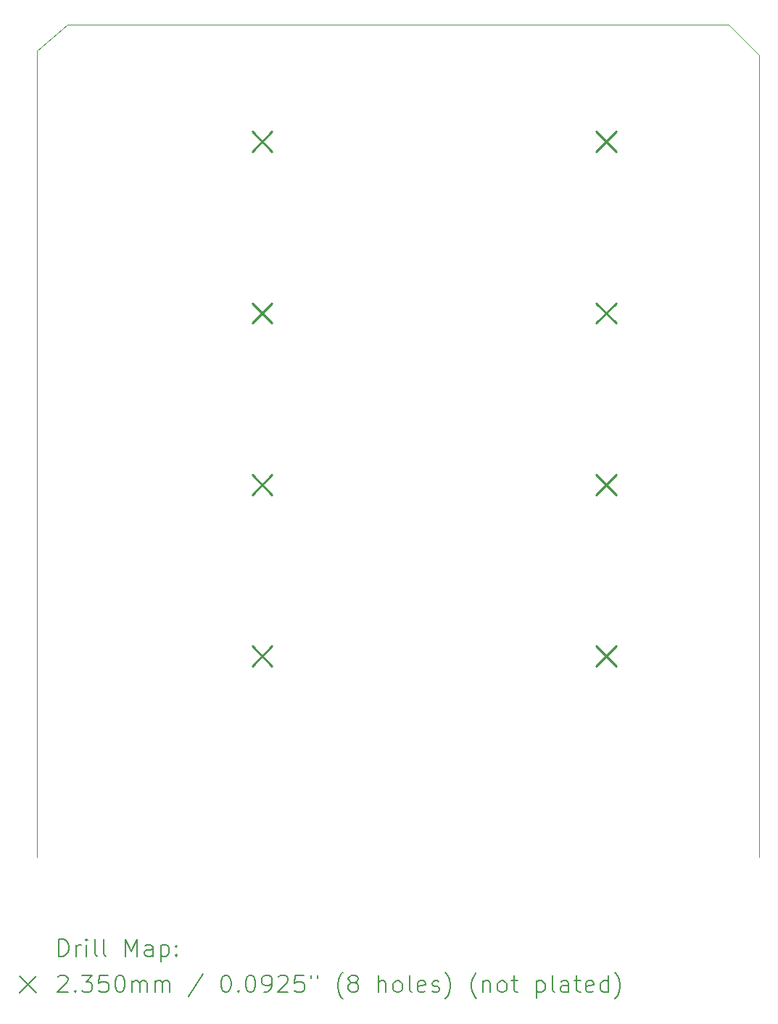
<source format=gbr>
%TF.GenerationSoftware,KiCad,Pcbnew,7.0.7*%
%TF.CreationDate,2023-09-16T13:26:49-04:00*%
%TF.ProjectId,AstroPix_telescope,41737472-6f50-4697-985f-74656c657363,1.1*%
%TF.SameCoordinates,Original*%
%TF.FileFunction,Drillmap*%
%TF.FilePolarity,Positive*%
%FSLAX45Y45*%
G04 Gerber Fmt 4.5, Leading zero omitted, Abs format (unit mm)*
G04 Created by KiCad (PCBNEW 7.0.7) date 2023-09-16 13:26:49*
%MOMM*%
%LPD*%
G01*
G04 APERTURE LIST*
%ADD10C,0.100000*%
%ADD11C,0.200000*%
%ADD12C,0.235000*%
G04 APERTURE END LIST*
D10*
X18440400Y-5232400D02*
X18796000Y-5588000D01*
X10718800Y-5232400D02*
X18440400Y-5232400D01*
X18791000Y-14941500D02*
X18796000Y-5588000D01*
X10363200Y-5537200D02*
X10718800Y-5232400D01*
X10361000Y-14941500D02*
X10363200Y-5537200D01*
D11*
D12*
X12873500Y-6477500D02*
X13108500Y-6712500D01*
X13108500Y-6477500D02*
X12873500Y-6712500D01*
X12873500Y-8477500D02*
X13108500Y-8712500D01*
X13108500Y-8477500D02*
X12873500Y-8712500D01*
X12873500Y-10477500D02*
X13108500Y-10712500D01*
X13108500Y-10477500D02*
X12873500Y-10712500D01*
X12873500Y-12477500D02*
X13108500Y-12712500D01*
X13108500Y-12477500D02*
X12873500Y-12712500D01*
X16889500Y-6477500D02*
X17124500Y-6712500D01*
X17124500Y-6477500D02*
X16889500Y-6712500D01*
X16889500Y-8477500D02*
X17124500Y-8712500D01*
X17124500Y-8477500D02*
X16889500Y-8712500D01*
X16889500Y-10477500D02*
X17124500Y-10712500D01*
X17124500Y-10477500D02*
X16889500Y-10712500D01*
X16889500Y-12477500D02*
X17124500Y-12712500D01*
X17124500Y-12477500D02*
X16889500Y-12712500D01*
D11*
X10616777Y-16097984D02*
X10616777Y-15897984D01*
X10616777Y-15897984D02*
X10664396Y-15897984D01*
X10664396Y-15897984D02*
X10692967Y-15907508D01*
X10692967Y-15907508D02*
X10712015Y-15926555D01*
X10712015Y-15926555D02*
X10721539Y-15945603D01*
X10721539Y-15945603D02*
X10731063Y-15983698D01*
X10731063Y-15983698D02*
X10731063Y-16012269D01*
X10731063Y-16012269D02*
X10721539Y-16050365D01*
X10721539Y-16050365D02*
X10712015Y-16069412D01*
X10712015Y-16069412D02*
X10692967Y-16088460D01*
X10692967Y-16088460D02*
X10664396Y-16097984D01*
X10664396Y-16097984D02*
X10616777Y-16097984D01*
X10816777Y-16097984D02*
X10816777Y-15964650D01*
X10816777Y-16002746D02*
X10826301Y-15983698D01*
X10826301Y-15983698D02*
X10835824Y-15974174D01*
X10835824Y-15974174D02*
X10854872Y-15964650D01*
X10854872Y-15964650D02*
X10873920Y-15964650D01*
X10940586Y-16097984D02*
X10940586Y-15964650D01*
X10940586Y-15897984D02*
X10931063Y-15907508D01*
X10931063Y-15907508D02*
X10940586Y-15917031D01*
X10940586Y-15917031D02*
X10950110Y-15907508D01*
X10950110Y-15907508D02*
X10940586Y-15897984D01*
X10940586Y-15897984D02*
X10940586Y-15917031D01*
X11064396Y-16097984D02*
X11045348Y-16088460D01*
X11045348Y-16088460D02*
X11035824Y-16069412D01*
X11035824Y-16069412D02*
X11035824Y-15897984D01*
X11169158Y-16097984D02*
X11150110Y-16088460D01*
X11150110Y-16088460D02*
X11140586Y-16069412D01*
X11140586Y-16069412D02*
X11140586Y-15897984D01*
X11397729Y-16097984D02*
X11397729Y-15897984D01*
X11397729Y-15897984D02*
X11464396Y-16040841D01*
X11464396Y-16040841D02*
X11531062Y-15897984D01*
X11531062Y-15897984D02*
X11531062Y-16097984D01*
X11712015Y-16097984D02*
X11712015Y-15993222D01*
X11712015Y-15993222D02*
X11702491Y-15974174D01*
X11702491Y-15974174D02*
X11683443Y-15964650D01*
X11683443Y-15964650D02*
X11645348Y-15964650D01*
X11645348Y-15964650D02*
X11626301Y-15974174D01*
X11712015Y-16088460D02*
X11692967Y-16097984D01*
X11692967Y-16097984D02*
X11645348Y-16097984D01*
X11645348Y-16097984D02*
X11626301Y-16088460D01*
X11626301Y-16088460D02*
X11616777Y-16069412D01*
X11616777Y-16069412D02*
X11616777Y-16050365D01*
X11616777Y-16050365D02*
X11626301Y-16031317D01*
X11626301Y-16031317D02*
X11645348Y-16021793D01*
X11645348Y-16021793D02*
X11692967Y-16021793D01*
X11692967Y-16021793D02*
X11712015Y-16012269D01*
X11807253Y-15964650D02*
X11807253Y-16164650D01*
X11807253Y-15974174D02*
X11826301Y-15964650D01*
X11826301Y-15964650D02*
X11864396Y-15964650D01*
X11864396Y-15964650D02*
X11883443Y-15974174D01*
X11883443Y-15974174D02*
X11892967Y-15983698D01*
X11892967Y-15983698D02*
X11902491Y-16002746D01*
X11902491Y-16002746D02*
X11902491Y-16059888D01*
X11902491Y-16059888D02*
X11892967Y-16078936D01*
X11892967Y-16078936D02*
X11883443Y-16088460D01*
X11883443Y-16088460D02*
X11864396Y-16097984D01*
X11864396Y-16097984D02*
X11826301Y-16097984D01*
X11826301Y-16097984D02*
X11807253Y-16088460D01*
X11988205Y-16078936D02*
X11997729Y-16088460D01*
X11997729Y-16088460D02*
X11988205Y-16097984D01*
X11988205Y-16097984D02*
X11978682Y-16088460D01*
X11978682Y-16088460D02*
X11988205Y-16078936D01*
X11988205Y-16078936D02*
X11988205Y-16097984D01*
X11988205Y-15974174D02*
X11997729Y-15983698D01*
X11997729Y-15983698D02*
X11988205Y-15993222D01*
X11988205Y-15993222D02*
X11978682Y-15983698D01*
X11978682Y-15983698D02*
X11988205Y-15974174D01*
X11988205Y-15974174D02*
X11988205Y-15993222D01*
X10156000Y-16326500D02*
X10356000Y-16526500D01*
X10356000Y-16326500D02*
X10156000Y-16526500D01*
X10607253Y-16337031D02*
X10616777Y-16327508D01*
X10616777Y-16327508D02*
X10635824Y-16317984D01*
X10635824Y-16317984D02*
X10683444Y-16317984D01*
X10683444Y-16317984D02*
X10702491Y-16327508D01*
X10702491Y-16327508D02*
X10712015Y-16337031D01*
X10712015Y-16337031D02*
X10721539Y-16356079D01*
X10721539Y-16356079D02*
X10721539Y-16375127D01*
X10721539Y-16375127D02*
X10712015Y-16403698D01*
X10712015Y-16403698D02*
X10597729Y-16517984D01*
X10597729Y-16517984D02*
X10721539Y-16517984D01*
X10807253Y-16498936D02*
X10816777Y-16508460D01*
X10816777Y-16508460D02*
X10807253Y-16517984D01*
X10807253Y-16517984D02*
X10797729Y-16508460D01*
X10797729Y-16508460D02*
X10807253Y-16498936D01*
X10807253Y-16498936D02*
X10807253Y-16517984D01*
X10883444Y-16317984D02*
X11007253Y-16317984D01*
X11007253Y-16317984D02*
X10940586Y-16394174D01*
X10940586Y-16394174D02*
X10969158Y-16394174D01*
X10969158Y-16394174D02*
X10988205Y-16403698D01*
X10988205Y-16403698D02*
X10997729Y-16413222D01*
X10997729Y-16413222D02*
X11007253Y-16432269D01*
X11007253Y-16432269D02*
X11007253Y-16479888D01*
X11007253Y-16479888D02*
X10997729Y-16498936D01*
X10997729Y-16498936D02*
X10988205Y-16508460D01*
X10988205Y-16508460D02*
X10969158Y-16517984D01*
X10969158Y-16517984D02*
X10912015Y-16517984D01*
X10912015Y-16517984D02*
X10892967Y-16508460D01*
X10892967Y-16508460D02*
X10883444Y-16498936D01*
X11188205Y-16317984D02*
X11092967Y-16317984D01*
X11092967Y-16317984D02*
X11083444Y-16413222D01*
X11083444Y-16413222D02*
X11092967Y-16403698D01*
X11092967Y-16403698D02*
X11112015Y-16394174D01*
X11112015Y-16394174D02*
X11159634Y-16394174D01*
X11159634Y-16394174D02*
X11178682Y-16403698D01*
X11178682Y-16403698D02*
X11188205Y-16413222D01*
X11188205Y-16413222D02*
X11197729Y-16432269D01*
X11197729Y-16432269D02*
X11197729Y-16479888D01*
X11197729Y-16479888D02*
X11188205Y-16498936D01*
X11188205Y-16498936D02*
X11178682Y-16508460D01*
X11178682Y-16508460D02*
X11159634Y-16517984D01*
X11159634Y-16517984D02*
X11112015Y-16517984D01*
X11112015Y-16517984D02*
X11092967Y-16508460D01*
X11092967Y-16508460D02*
X11083444Y-16498936D01*
X11321539Y-16317984D02*
X11340586Y-16317984D01*
X11340586Y-16317984D02*
X11359634Y-16327508D01*
X11359634Y-16327508D02*
X11369158Y-16337031D01*
X11369158Y-16337031D02*
X11378682Y-16356079D01*
X11378682Y-16356079D02*
X11388205Y-16394174D01*
X11388205Y-16394174D02*
X11388205Y-16441793D01*
X11388205Y-16441793D02*
X11378682Y-16479888D01*
X11378682Y-16479888D02*
X11369158Y-16498936D01*
X11369158Y-16498936D02*
X11359634Y-16508460D01*
X11359634Y-16508460D02*
X11340586Y-16517984D01*
X11340586Y-16517984D02*
X11321539Y-16517984D01*
X11321539Y-16517984D02*
X11302491Y-16508460D01*
X11302491Y-16508460D02*
X11292967Y-16498936D01*
X11292967Y-16498936D02*
X11283443Y-16479888D01*
X11283443Y-16479888D02*
X11273920Y-16441793D01*
X11273920Y-16441793D02*
X11273920Y-16394174D01*
X11273920Y-16394174D02*
X11283443Y-16356079D01*
X11283443Y-16356079D02*
X11292967Y-16337031D01*
X11292967Y-16337031D02*
X11302491Y-16327508D01*
X11302491Y-16327508D02*
X11321539Y-16317984D01*
X11473920Y-16517984D02*
X11473920Y-16384650D01*
X11473920Y-16403698D02*
X11483443Y-16394174D01*
X11483443Y-16394174D02*
X11502491Y-16384650D01*
X11502491Y-16384650D02*
X11531063Y-16384650D01*
X11531063Y-16384650D02*
X11550110Y-16394174D01*
X11550110Y-16394174D02*
X11559634Y-16413222D01*
X11559634Y-16413222D02*
X11559634Y-16517984D01*
X11559634Y-16413222D02*
X11569158Y-16394174D01*
X11569158Y-16394174D02*
X11588205Y-16384650D01*
X11588205Y-16384650D02*
X11616777Y-16384650D01*
X11616777Y-16384650D02*
X11635824Y-16394174D01*
X11635824Y-16394174D02*
X11645348Y-16413222D01*
X11645348Y-16413222D02*
X11645348Y-16517984D01*
X11740586Y-16517984D02*
X11740586Y-16384650D01*
X11740586Y-16403698D02*
X11750110Y-16394174D01*
X11750110Y-16394174D02*
X11769158Y-16384650D01*
X11769158Y-16384650D02*
X11797729Y-16384650D01*
X11797729Y-16384650D02*
X11816777Y-16394174D01*
X11816777Y-16394174D02*
X11826301Y-16413222D01*
X11826301Y-16413222D02*
X11826301Y-16517984D01*
X11826301Y-16413222D02*
X11835824Y-16394174D01*
X11835824Y-16394174D02*
X11854872Y-16384650D01*
X11854872Y-16384650D02*
X11883443Y-16384650D01*
X11883443Y-16384650D02*
X11902491Y-16394174D01*
X11902491Y-16394174D02*
X11912015Y-16413222D01*
X11912015Y-16413222D02*
X11912015Y-16517984D01*
X12302491Y-16308460D02*
X12131063Y-16565603D01*
X12559634Y-16317984D02*
X12578682Y-16317984D01*
X12578682Y-16317984D02*
X12597729Y-16327508D01*
X12597729Y-16327508D02*
X12607253Y-16337031D01*
X12607253Y-16337031D02*
X12616777Y-16356079D01*
X12616777Y-16356079D02*
X12626301Y-16394174D01*
X12626301Y-16394174D02*
X12626301Y-16441793D01*
X12626301Y-16441793D02*
X12616777Y-16479888D01*
X12616777Y-16479888D02*
X12607253Y-16498936D01*
X12607253Y-16498936D02*
X12597729Y-16508460D01*
X12597729Y-16508460D02*
X12578682Y-16517984D01*
X12578682Y-16517984D02*
X12559634Y-16517984D01*
X12559634Y-16517984D02*
X12540586Y-16508460D01*
X12540586Y-16508460D02*
X12531063Y-16498936D01*
X12531063Y-16498936D02*
X12521539Y-16479888D01*
X12521539Y-16479888D02*
X12512015Y-16441793D01*
X12512015Y-16441793D02*
X12512015Y-16394174D01*
X12512015Y-16394174D02*
X12521539Y-16356079D01*
X12521539Y-16356079D02*
X12531063Y-16337031D01*
X12531063Y-16337031D02*
X12540586Y-16327508D01*
X12540586Y-16327508D02*
X12559634Y-16317984D01*
X12712015Y-16498936D02*
X12721539Y-16508460D01*
X12721539Y-16508460D02*
X12712015Y-16517984D01*
X12712015Y-16517984D02*
X12702491Y-16508460D01*
X12702491Y-16508460D02*
X12712015Y-16498936D01*
X12712015Y-16498936D02*
X12712015Y-16517984D01*
X12845348Y-16317984D02*
X12864396Y-16317984D01*
X12864396Y-16317984D02*
X12883444Y-16327508D01*
X12883444Y-16327508D02*
X12892967Y-16337031D01*
X12892967Y-16337031D02*
X12902491Y-16356079D01*
X12902491Y-16356079D02*
X12912015Y-16394174D01*
X12912015Y-16394174D02*
X12912015Y-16441793D01*
X12912015Y-16441793D02*
X12902491Y-16479888D01*
X12902491Y-16479888D02*
X12892967Y-16498936D01*
X12892967Y-16498936D02*
X12883444Y-16508460D01*
X12883444Y-16508460D02*
X12864396Y-16517984D01*
X12864396Y-16517984D02*
X12845348Y-16517984D01*
X12845348Y-16517984D02*
X12826301Y-16508460D01*
X12826301Y-16508460D02*
X12816777Y-16498936D01*
X12816777Y-16498936D02*
X12807253Y-16479888D01*
X12807253Y-16479888D02*
X12797729Y-16441793D01*
X12797729Y-16441793D02*
X12797729Y-16394174D01*
X12797729Y-16394174D02*
X12807253Y-16356079D01*
X12807253Y-16356079D02*
X12816777Y-16337031D01*
X12816777Y-16337031D02*
X12826301Y-16327508D01*
X12826301Y-16327508D02*
X12845348Y-16317984D01*
X13007253Y-16517984D02*
X13045348Y-16517984D01*
X13045348Y-16517984D02*
X13064396Y-16508460D01*
X13064396Y-16508460D02*
X13073920Y-16498936D01*
X13073920Y-16498936D02*
X13092967Y-16470365D01*
X13092967Y-16470365D02*
X13102491Y-16432269D01*
X13102491Y-16432269D02*
X13102491Y-16356079D01*
X13102491Y-16356079D02*
X13092967Y-16337031D01*
X13092967Y-16337031D02*
X13083444Y-16327508D01*
X13083444Y-16327508D02*
X13064396Y-16317984D01*
X13064396Y-16317984D02*
X13026301Y-16317984D01*
X13026301Y-16317984D02*
X13007253Y-16327508D01*
X13007253Y-16327508D02*
X12997729Y-16337031D01*
X12997729Y-16337031D02*
X12988206Y-16356079D01*
X12988206Y-16356079D02*
X12988206Y-16403698D01*
X12988206Y-16403698D02*
X12997729Y-16422746D01*
X12997729Y-16422746D02*
X13007253Y-16432269D01*
X13007253Y-16432269D02*
X13026301Y-16441793D01*
X13026301Y-16441793D02*
X13064396Y-16441793D01*
X13064396Y-16441793D02*
X13083444Y-16432269D01*
X13083444Y-16432269D02*
X13092967Y-16422746D01*
X13092967Y-16422746D02*
X13102491Y-16403698D01*
X13178682Y-16337031D02*
X13188206Y-16327508D01*
X13188206Y-16327508D02*
X13207253Y-16317984D01*
X13207253Y-16317984D02*
X13254872Y-16317984D01*
X13254872Y-16317984D02*
X13273920Y-16327508D01*
X13273920Y-16327508D02*
X13283444Y-16337031D01*
X13283444Y-16337031D02*
X13292967Y-16356079D01*
X13292967Y-16356079D02*
X13292967Y-16375127D01*
X13292967Y-16375127D02*
X13283444Y-16403698D01*
X13283444Y-16403698D02*
X13169158Y-16517984D01*
X13169158Y-16517984D02*
X13292967Y-16517984D01*
X13473920Y-16317984D02*
X13378682Y-16317984D01*
X13378682Y-16317984D02*
X13369158Y-16413222D01*
X13369158Y-16413222D02*
X13378682Y-16403698D01*
X13378682Y-16403698D02*
X13397729Y-16394174D01*
X13397729Y-16394174D02*
X13445348Y-16394174D01*
X13445348Y-16394174D02*
X13464396Y-16403698D01*
X13464396Y-16403698D02*
X13473920Y-16413222D01*
X13473920Y-16413222D02*
X13483444Y-16432269D01*
X13483444Y-16432269D02*
X13483444Y-16479888D01*
X13483444Y-16479888D02*
X13473920Y-16498936D01*
X13473920Y-16498936D02*
X13464396Y-16508460D01*
X13464396Y-16508460D02*
X13445348Y-16517984D01*
X13445348Y-16517984D02*
X13397729Y-16517984D01*
X13397729Y-16517984D02*
X13378682Y-16508460D01*
X13378682Y-16508460D02*
X13369158Y-16498936D01*
X13559634Y-16317984D02*
X13559634Y-16356079D01*
X13635825Y-16317984D02*
X13635825Y-16356079D01*
X13931063Y-16594174D02*
X13921539Y-16584650D01*
X13921539Y-16584650D02*
X13902491Y-16556079D01*
X13902491Y-16556079D02*
X13892968Y-16537031D01*
X13892968Y-16537031D02*
X13883444Y-16508460D01*
X13883444Y-16508460D02*
X13873920Y-16460841D01*
X13873920Y-16460841D02*
X13873920Y-16422746D01*
X13873920Y-16422746D02*
X13883444Y-16375127D01*
X13883444Y-16375127D02*
X13892968Y-16346555D01*
X13892968Y-16346555D02*
X13902491Y-16327508D01*
X13902491Y-16327508D02*
X13921539Y-16298936D01*
X13921539Y-16298936D02*
X13931063Y-16289412D01*
X14035825Y-16403698D02*
X14016777Y-16394174D01*
X14016777Y-16394174D02*
X14007253Y-16384650D01*
X14007253Y-16384650D02*
X13997729Y-16365603D01*
X13997729Y-16365603D02*
X13997729Y-16356079D01*
X13997729Y-16356079D02*
X14007253Y-16337031D01*
X14007253Y-16337031D02*
X14016777Y-16327508D01*
X14016777Y-16327508D02*
X14035825Y-16317984D01*
X14035825Y-16317984D02*
X14073920Y-16317984D01*
X14073920Y-16317984D02*
X14092968Y-16327508D01*
X14092968Y-16327508D02*
X14102491Y-16337031D01*
X14102491Y-16337031D02*
X14112015Y-16356079D01*
X14112015Y-16356079D02*
X14112015Y-16365603D01*
X14112015Y-16365603D02*
X14102491Y-16384650D01*
X14102491Y-16384650D02*
X14092968Y-16394174D01*
X14092968Y-16394174D02*
X14073920Y-16403698D01*
X14073920Y-16403698D02*
X14035825Y-16403698D01*
X14035825Y-16403698D02*
X14016777Y-16413222D01*
X14016777Y-16413222D02*
X14007253Y-16422746D01*
X14007253Y-16422746D02*
X13997729Y-16441793D01*
X13997729Y-16441793D02*
X13997729Y-16479888D01*
X13997729Y-16479888D02*
X14007253Y-16498936D01*
X14007253Y-16498936D02*
X14016777Y-16508460D01*
X14016777Y-16508460D02*
X14035825Y-16517984D01*
X14035825Y-16517984D02*
X14073920Y-16517984D01*
X14073920Y-16517984D02*
X14092968Y-16508460D01*
X14092968Y-16508460D02*
X14102491Y-16498936D01*
X14102491Y-16498936D02*
X14112015Y-16479888D01*
X14112015Y-16479888D02*
X14112015Y-16441793D01*
X14112015Y-16441793D02*
X14102491Y-16422746D01*
X14102491Y-16422746D02*
X14092968Y-16413222D01*
X14092968Y-16413222D02*
X14073920Y-16403698D01*
X14350110Y-16517984D02*
X14350110Y-16317984D01*
X14435825Y-16517984D02*
X14435825Y-16413222D01*
X14435825Y-16413222D02*
X14426301Y-16394174D01*
X14426301Y-16394174D02*
X14407253Y-16384650D01*
X14407253Y-16384650D02*
X14378682Y-16384650D01*
X14378682Y-16384650D02*
X14359634Y-16394174D01*
X14359634Y-16394174D02*
X14350110Y-16403698D01*
X14559634Y-16517984D02*
X14540587Y-16508460D01*
X14540587Y-16508460D02*
X14531063Y-16498936D01*
X14531063Y-16498936D02*
X14521539Y-16479888D01*
X14521539Y-16479888D02*
X14521539Y-16422746D01*
X14521539Y-16422746D02*
X14531063Y-16403698D01*
X14531063Y-16403698D02*
X14540587Y-16394174D01*
X14540587Y-16394174D02*
X14559634Y-16384650D01*
X14559634Y-16384650D02*
X14588206Y-16384650D01*
X14588206Y-16384650D02*
X14607253Y-16394174D01*
X14607253Y-16394174D02*
X14616777Y-16403698D01*
X14616777Y-16403698D02*
X14626301Y-16422746D01*
X14626301Y-16422746D02*
X14626301Y-16479888D01*
X14626301Y-16479888D02*
X14616777Y-16498936D01*
X14616777Y-16498936D02*
X14607253Y-16508460D01*
X14607253Y-16508460D02*
X14588206Y-16517984D01*
X14588206Y-16517984D02*
X14559634Y-16517984D01*
X14740587Y-16517984D02*
X14721539Y-16508460D01*
X14721539Y-16508460D02*
X14712015Y-16489412D01*
X14712015Y-16489412D02*
X14712015Y-16317984D01*
X14892968Y-16508460D02*
X14873920Y-16517984D01*
X14873920Y-16517984D02*
X14835825Y-16517984D01*
X14835825Y-16517984D02*
X14816777Y-16508460D01*
X14816777Y-16508460D02*
X14807253Y-16489412D01*
X14807253Y-16489412D02*
X14807253Y-16413222D01*
X14807253Y-16413222D02*
X14816777Y-16394174D01*
X14816777Y-16394174D02*
X14835825Y-16384650D01*
X14835825Y-16384650D02*
X14873920Y-16384650D01*
X14873920Y-16384650D02*
X14892968Y-16394174D01*
X14892968Y-16394174D02*
X14902491Y-16413222D01*
X14902491Y-16413222D02*
X14902491Y-16432269D01*
X14902491Y-16432269D02*
X14807253Y-16451317D01*
X14978682Y-16508460D02*
X14997730Y-16517984D01*
X14997730Y-16517984D02*
X15035825Y-16517984D01*
X15035825Y-16517984D02*
X15054872Y-16508460D01*
X15054872Y-16508460D02*
X15064396Y-16489412D01*
X15064396Y-16489412D02*
X15064396Y-16479888D01*
X15064396Y-16479888D02*
X15054872Y-16460841D01*
X15054872Y-16460841D02*
X15035825Y-16451317D01*
X15035825Y-16451317D02*
X15007253Y-16451317D01*
X15007253Y-16451317D02*
X14988206Y-16441793D01*
X14988206Y-16441793D02*
X14978682Y-16422746D01*
X14978682Y-16422746D02*
X14978682Y-16413222D01*
X14978682Y-16413222D02*
X14988206Y-16394174D01*
X14988206Y-16394174D02*
X15007253Y-16384650D01*
X15007253Y-16384650D02*
X15035825Y-16384650D01*
X15035825Y-16384650D02*
X15054872Y-16394174D01*
X15131063Y-16594174D02*
X15140587Y-16584650D01*
X15140587Y-16584650D02*
X15159634Y-16556079D01*
X15159634Y-16556079D02*
X15169158Y-16537031D01*
X15169158Y-16537031D02*
X15178682Y-16508460D01*
X15178682Y-16508460D02*
X15188206Y-16460841D01*
X15188206Y-16460841D02*
X15188206Y-16422746D01*
X15188206Y-16422746D02*
X15178682Y-16375127D01*
X15178682Y-16375127D02*
X15169158Y-16346555D01*
X15169158Y-16346555D02*
X15159634Y-16327508D01*
X15159634Y-16327508D02*
X15140587Y-16298936D01*
X15140587Y-16298936D02*
X15131063Y-16289412D01*
X15492968Y-16594174D02*
X15483444Y-16584650D01*
X15483444Y-16584650D02*
X15464396Y-16556079D01*
X15464396Y-16556079D02*
X15454872Y-16537031D01*
X15454872Y-16537031D02*
X15445349Y-16508460D01*
X15445349Y-16508460D02*
X15435825Y-16460841D01*
X15435825Y-16460841D02*
X15435825Y-16422746D01*
X15435825Y-16422746D02*
X15445349Y-16375127D01*
X15445349Y-16375127D02*
X15454872Y-16346555D01*
X15454872Y-16346555D02*
X15464396Y-16327508D01*
X15464396Y-16327508D02*
X15483444Y-16298936D01*
X15483444Y-16298936D02*
X15492968Y-16289412D01*
X15569158Y-16384650D02*
X15569158Y-16517984D01*
X15569158Y-16403698D02*
X15578682Y-16394174D01*
X15578682Y-16394174D02*
X15597730Y-16384650D01*
X15597730Y-16384650D02*
X15626301Y-16384650D01*
X15626301Y-16384650D02*
X15645349Y-16394174D01*
X15645349Y-16394174D02*
X15654872Y-16413222D01*
X15654872Y-16413222D02*
X15654872Y-16517984D01*
X15778682Y-16517984D02*
X15759634Y-16508460D01*
X15759634Y-16508460D02*
X15750111Y-16498936D01*
X15750111Y-16498936D02*
X15740587Y-16479888D01*
X15740587Y-16479888D02*
X15740587Y-16422746D01*
X15740587Y-16422746D02*
X15750111Y-16403698D01*
X15750111Y-16403698D02*
X15759634Y-16394174D01*
X15759634Y-16394174D02*
X15778682Y-16384650D01*
X15778682Y-16384650D02*
X15807253Y-16384650D01*
X15807253Y-16384650D02*
X15826301Y-16394174D01*
X15826301Y-16394174D02*
X15835825Y-16403698D01*
X15835825Y-16403698D02*
X15845349Y-16422746D01*
X15845349Y-16422746D02*
X15845349Y-16479888D01*
X15845349Y-16479888D02*
X15835825Y-16498936D01*
X15835825Y-16498936D02*
X15826301Y-16508460D01*
X15826301Y-16508460D02*
X15807253Y-16517984D01*
X15807253Y-16517984D02*
X15778682Y-16517984D01*
X15902492Y-16384650D02*
X15978682Y-16384650D01*
X15931063Y-16317984D02*
X15931063Y-16489412D01*
X15931063Y-16489412D02*
X15940587Y-16508460D01*
X15940587Y-16508460D02*
X15959634Y-16517984D01*
X15959634Y-16517984D02*
X15978682Y-16517984D01*
X16197730Y-16384650D02*
X16197730Y-16584650D01*
X16197730Y-16394174D02*
X16216777Y-16384650D01*
X16216777Y-16384650D02*
X16254873Y-16384650D01*
X16254873Y-16384650D02*
X16273920Y-16394174D01*
X16273920Y-16394174D02*
X16283444Y-16403698D01*
X16283444Y-16403698D02*
X16292968Y-16422746D01*
X16292968Y-16422746D02*
X16292968Y-16479888D01*
X16292968Y-16479888D02*
X16283444Y-16498936D01*
X16283444Y-16498936D02*
X16273920Y-16508460D01*
X16273920Y-16508460D02*
X16254873Y-16517984D01*
X16254873Y-16517984D02*
X16216777Y-16517984D01*
X16216777Y-16517984D02*
X16197730Y-16508460D01*
X16407253Y-16517984D02*
X16388206Y-16508460D01*
X16388206Y-16508460D02*
X16378682Y-16489412D01*
X16378682Y-16489412D02*
X16378682Y-16317984D01*
X16569158Y-16517984D02*
X16569158Y-16413222D01*
X16569158Y-16413222D02*
X16559634Y-16394174D01*
X16559634Y-16394174D02*
X16540587Y-16384650D01*
X16540587Y-16384650D02*
X16502492Y-16384650D01*
X16502492Y-16384650D02*
X16483444Y-16394174D01*
X16569158Y-16508460D02*
X16550111Y-16517984D01*
X16550111Y-16517984D02*
X16502492Y-16517984D01*
X16502492Y-16517984D02*
X16483444Y-16508460D01*
X16483444Y-16508460D02*
X16473920Y-16489412D01*
X16473920Y-16489412D02*
X16473920Y-16470365D01*
X16473920Y-16470365D02*
X16483444Y-16451317D01*
X16483444Y-16451317D02*
X16502492Y-16441793D01*
X16502492Y-16441793D02*
X16550111Y-16441793D01*
X16550111Y-16441793D02*
X16569158Y-16432269D01*
X16635825Y-16384650D02*
X16712015Y-16384650D01*
X16664396Y-16317984D02*
X16664396Y-16489412D01*
X16664396Y-16489412D02*
X16673920Y-16508460D01*
X16673920Y-16508460D02*
X16692968Y-16517984D01*
X16692968Y-16517984D02*
X16712015Y-16517984D01*
X16854873Y-16508460D02*
X16835825Y-16517984D01*
X16835825Y-16517984D02*
X16797730Y-16517984D01*
X16797730Y-16517984D02*
X16778682Y-16508460D01*
X16778682Y-16508460D02*
X16769158Y-16489412D01*
X16769158Y-16489412D02*
X16769158Y-16413222D01*
X16769158Y-16413222D02*
X16778682Y-16394174D01*
X16778682Y-16394174D02*
X16797730Y-16384650D01*
X16797730Y-16384650D02*
X16835825Y-16384650D01*
X16835825Y-16384650D02*
X16854873Y-16394174D01*
X16854873Y-16394174D02*
X16864396Y-16413222D01*
X16864396Y-16413222D02*
X16864396Y-16432269D01*
X16864396Y-16432269D02*
X16769158Y-16451317D01*
X17035825Y-16517984D02*
X17035825Y-16317984D01*
X17035825Y-16508460D02*
X17016777Y-16517984D01*
X17016777Y-16517984D02*
X16978682Y-16517984D01*
X16978682Y-16517984D02*
X16959635Y-16508460D01*
X16959635Y-16508460D02*
X16950111Y-16498936D01*
X16950111Y-16498936D02*
X16940587Y-16479888D01*
X16940587Y-16479888D02*
X16940587Y-16422746D01*
X16940587Y-16422746D02*
X16950111Y-16403698D01*
X16950111Y-16403698D02*
X16959635Y-16394174D01*
X16959635Y-16394174D02*
X16978682Y-16384650D01*
X16978682Y-16384650D02*
X17016777Y-16384650D01*
X17016777Y-16384650D02*
X17035825Y-16394174D01*
X17112016Y-16594174D02*
X17121539Y-16584650D01*
X17121539Y-16584650D02*
X17140587Y-16556079D01*
X17140587Y-16556079D02*
X17150111Y-16537031D01*
X17150111Y-16537031D02*
X17159635Y-16508460D01*
X17159635Y-16508460D02*
X17169158Y-16460841D01*
X17169158Y-16460841D02*
X17169158Y-16422746D01*
X17169158Y-16422746D02*
X17159635Y-16375127D01*
X17159635Y-16375127D02*
X17150111Y-16346555D01*
X17150111Y-16346555D02*
X17140587Y-16327508D01*
X17140587Y-16327508D02*
X17121539Y-16298936D01*
X17121539Y-16298936D02*
X17112016Y-16289412D01*
M02*

</source>
